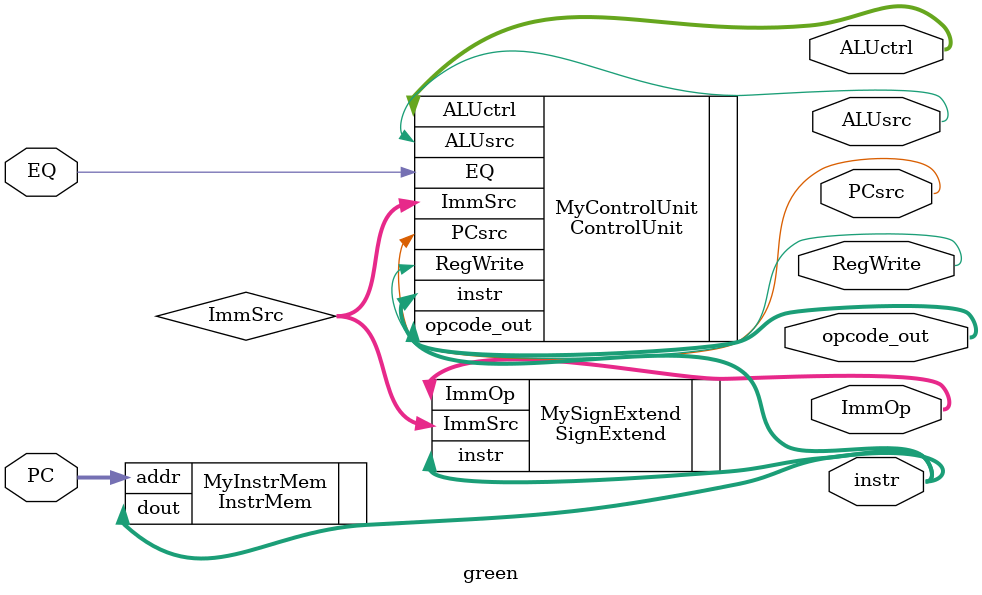
<source format=sv>
module green #(
    parameter   ADDRESS_WIDTH = 8,
                DATA_WIDTH = 32
)(
     input logic [ADDRESS_WIDTH-1:0]     PC, //8b
     input logic                        EQ, //1b
     output logic [DATA_WIDTH-1:0]       instr,//32b
     output logic                        RegWrite, //1b
     output logic [2:0]                  ALUctrl, //3b
     output logic                        ALUsrc, //1 bit
     output logic                        PCsrc, //1 bit
     output logic [DATA_WIDTH-1:0]        ImmOp, //32 bits
     output logic [6:0]                 opcode_out           
);

    logic [1:0]                        ImmSrc;

ControlUnit MyControlUnit(
    .EQ(EQ),
    .instr(instr),
    .RegWrite(RegWrite),
    .ALUctrl(ALUctrl),
    .ALUsrc(ALUsrc),
    .ImmSrc(ImmSrc),
    .PCsrc(PCsrc),
    .opcode_out(opcode_out)
);

InstrMem MyInstrMem(
    .addr(PC),
    .dout(instr)
);

SignExtend MySignExtend(
    .instr(instr),
    .ImmSrc(ImmSrc),
    .ImmOp(ImmOp)
);

endmodule 

</source>
